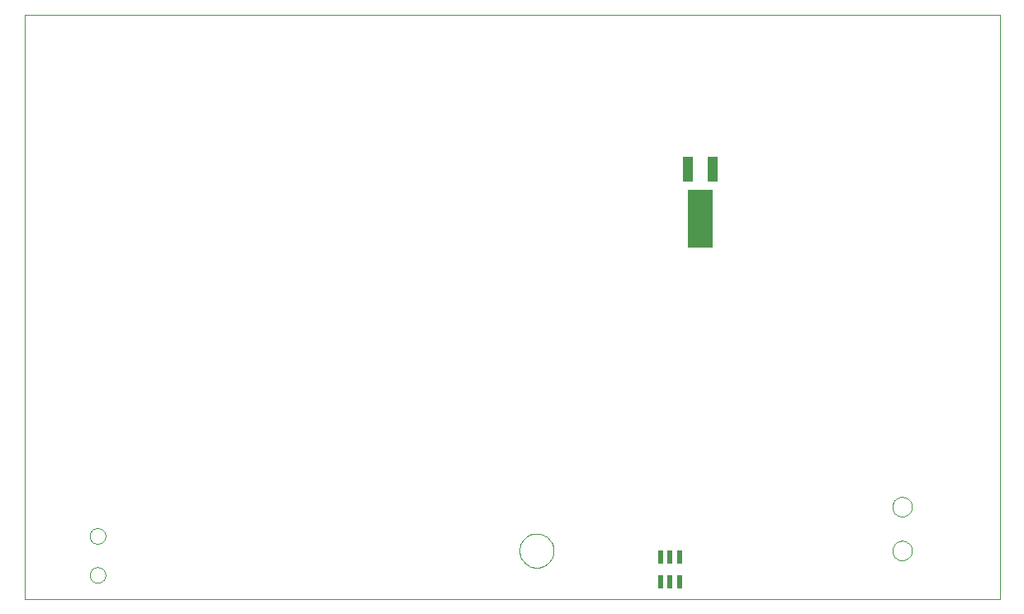
<source format=gbp>
G75*
G70*
%OFA0B0*%
%FSLAX24Y24*%
%IPPOS*%
%LPD*%
%AMOC8*
5,1,8,0,0,1.08239X$1,22.5*
%
%ADD10C,0.0000*%
%ADD11R,0.0220X0.0520*%
%ADD12R,0.0394X0.0984*%
%ADD13R,0.0984X0.2362*%
D10*
X000189Y003356D02*
X000189Y026978D01*
X039559Y026978D01*
X039559Y003356D01*
X000189Y003356D01*
X002827Y004341D02*
X002829Y004376D01*
X002835Y004411D01*
X002845Y004445D01*
X002858Y004478D01*
X002875Y004509D01*
X002896Y004537D01*
X002919Y004564D01*
X002946Y004587D01*
X002974Y004608D01*
X003005Y004625D01*
X003038Y004638D01*
X003072Y004648D01*
X003107Y004654D01*
X003142Y004656D01*
X003177Y004654D01*
X003212Y004648D01*
X003246Y004638D01*
X003279Y004625D01*
X003310Y004608D01*
X003338Y004587D01*
X003365Y004564D01*
X003388Y004537D01*
X003409Y004509D01*
X003426Y004478D01*
X003439Y004445D01*
X003449Y004411D01*
X003455Y004376D01*
X003457Y004341D01*
X003455Y004306D01*
X003449Y004271D01*
X003439Y004237D01*
X003426Y004204D01*
X003409Y004173D01*
X003388Y004145D01*
X003365Y004118D01*
X003338Y004095D01*
X003310Y004074D01*
X003279Y004057D01*
X003246Y004044D01*
X003212Y004034D01*
X003177Y004028D01*
X003142Y004026D01*
X003107Y004028D01*
X003072Y004034D01*
X003038Y004044D01*
X003005Y004057D01*
X002974Y004074D01*
X002946Y004095D01*
X002919Y004118D01*
X002896Y004145D01*
X002875Y004173D01*
X002858Y004204D01*
X002845Y004237D01*
X002835Y004271D01*
X002829Y004306D01*
X002827Y004341D01*
X002827Y005915D02*
X002829Y005950D01*
X002835Y005985D01*
X002845Y006019D01*
X002858Y006052D01*
X002875Y006083D01*
X002896Y006111D01*
X002919Y006138D01*
X002946Y006161D01*
X002974Y006182D01*
X003005Y006199D01*
X003038Y006212D01*
X003072Y006222D01*
X003107Y006228D01*
X003142Y006230D01*
X003177Y006228D01*
X003212Y006222D01*
X003246Y006212D01*
X003279Y006199D01*
X003310Y006182D01*
X003338Y006161D01*
X003365Y006138D01*
X003388Y006111D01*
X003409Y006083D01*
X003426Y006052D01*
X003439Y006019D01*
X003449Y005985D01*
X003455Y005950D01*
X003457Y005915D01*
X003455Y005880D01*
X003449Y005845D01*
X003439Y005811D01*
X003426Y005778D01*
X003409Y005747D01*
X003388Y005719D01*
X003365Y005692D01*
X003338Y005669D01*
X003310Y005648D01*
X003279Y005631D01*
X003246Y005618D01*
X003212Y005608D01*
X003177Y005602D01*
X003142Y005600D01*
X003107Y005602D01*
X003072Y005608D01*
X003038Y005618D01*
X003005Y005631D01*
X002974Y005648D01*
X002946Y005669D01*
X002919Y005692D01*
X002896Y005719D01*
X002875Y005747D01*
X002858Y005778D01*
X002845Y005811D01*
X002835Y005845D01*
X002829Y005880D01*
X002827Y005915D01*
X020170Y005325D02*
X020172Y005377D01*
X020178Y005429D01*
X020188Y005480D01*
X020201Y005530D01*
X020219Y005580D01*
X020240Y005627D01*
X020264Y005673D01*
X020293Y005717D01*
X020324Y005759D01*
X020358Y005798D01*
X020395Y005835D01*
X020435Y005868D01*
X020478Y005899D01*
X020522Y005926D01*
X020568Y005950D01*
X020617Y005970D01*
X020666Y005986D01*
X020717Y005999D01*
X020768Y006008D01*
X020820Y006013D01*
X020872Y006014D01*
X020924Y006011D01*
X020976Y006004D01*
X021027Y005993D01*
X021077Y005979D01*
X021126Y005960D01*
X021173Y005938D01*
X021218Y005913D01*
X021262Y005884D01*
X021303Y005852D01*
X021342Y005817D01*
X021377Y005779D01*
X021410Y005738D01*
X021440Y005696D01*
X021466Y005651D01*
X021489Y005604D01*
X021508Y005555D01*
X021524Y005505D01*
X021536Y005455D01*
X021544Y005403D01*
X021548Y005351D01*
X021548Y005299D01*
X021544Y005247D01*
X021536Y005195D01*
X021524Y005145D01*
X021508Y005095D01*
X021489Y005046D01*
X021466Y004999D01*
X021440Y004954D01*
X021410Y004912D01*
X021377Y004871D01*
X021342Y004833D01*
X021303Y004798D01*
X021262Y004766D01*
X021218Y004737D01*
X021173Y004712D01*
X021126Y004690D01*
X021077Y004671D01*
X021027Y004657D01*
X020976Y004646D01*
X020924Y004639D01*
X020872Y004636D01*
X020820Y004637D01*
X020768Y004642D01*
X020717Y004651D01*
X020666Y004664D01*
X020617Y004680D01*
X020568Y004700D01*
X020522Y004724D01*
X020478Y004751D01*
X020435Y004782D01*
X020395Y004815D01*
X020358Y004852D01*
X020324Y004891D01*
X020293Y004933D01*
X020264Y004977D01*
X020240Y005023D01*
X020219Y005070D01*
X020201Y005120D01*
X020188Y005170D01*
X020178Y005221D01*
X020172Y005273D01*
X020170Y005325D01*
X035228Y005325D02*
X035230Y005364D01*
X035236Y005403D01*
X035246Y005441D01*
X035259Y005478D01*
X035276Y005513D01*
X035296Y005547D01*
X035320Y005578D01*
X035347Y005607D01*
X035376Y005633D01*
X035408Y005656D01*
X035442Y005676D01*
X035478Y005692D01*
X035515Y005704D01*
X035554Y005713D01*
X035593Y005718D01*
X035632Y005719D01*
X035671Y005716D01*
X035710Y005709D01*
X035747Y005698D01*
X035784Y005684D01*
X035819Y005666D01*
X035852Y005645D01*
X035883Y005620D01*
X035911Y005593D01*
X035936Y005563D01*
X035958Y005530D01*
X035977Y005496D01*
X035992Y005460D01*
X036004Y005422D01*
X036012Y005384D01*
X036016Y005345D01*
X036016Y005305D01*
X036012Y005266D01*
X036004Y005228D01*
X035992Y005190D01*
X035977Y005154D01*
X035958Y005120D01*
X035936Y005087D01*
X035911Y005057D01*
X035883Y005030D01*
X035852Y005005D01*
X035819Y004984D01*
X035784Y004966D01*
X035747Y004952D01*
X035710Y004941D01*
X035671Y004934D01*
X035632Y004931D01*
X035593Y004932D01*
X035554Y004937D01*
X035515Y004946D01*
X035478Y004958D01*
X035442Y004974D01*
X035408Y004994D01*
X035376Y005017D01*
X035347Y005043D01*
X035320Y005072D01*
X035296Y005103D01*
X035276Y005137D01*
X035259Y005172D01*
X035246Y005209D01*
X035236Y005247D01*
X035230Y005286D01*
X035228Y005325D01*
X035228Y007096D02*
X035230Y007135D01*
X035236Y007174D01*
X035246Y007212D01*
X035259Y007249D01*
X035276Y007284D01*
X035296Y007318D01*
X035320Y007349D01*
X035347Y007378D01*
X035376Y007404D01*
X035408Y007427D01*
X035442Y007447D01*
X035478Y007463D01*
X035515Y007475D01*
X035554Y007484D01*
X035593Y007489D01*
X035632Y007490D01*
X035671Y007487D01*
X035710Y007480D01*
X035747Y007469D01*
X035784Y007455D01*
X035819Y007437D01*
X035852Y007416D01*
X035883Y007391D01*
X035911Y007364D01*
X035936Y007334D01*
X035958Y007301D01*
X035977Y007267D01*
X035992Y007231D01*
X036004Y007193D01*
X036012Y007155D01*
X036016Y007116D01*
X036016Y007076D01*
X036012Y007037D01*
X036004Y006999D01*
X035992Y006961D01*
X035977Y006925D01*
X035958Y006891D01*
X035936Y006858D01*
X035911Y006828D01*
X035883Y006801D01*
X035852Y006776D01*
X035819Y006755D01*
X035784Y006737D01*
X035747Y006723D01*
X035710Y006712D01*
X035671Y006705D01*
X035632Y006702D01*
X035593Y006703D01*
X035554Y006708D01*
X035515Y006717D01*
X035478Y006729D01*
X035442Y006745D01*
X035408Y006765D01*
X035376Y006788D01*
X035347Y006814D01*
X035320Y006843D01*
X035296Y006874D01*
X035276Y006908D01*
X035259Y006943D01*
X035246Y006980D01*
X035236Y007018D01*
X035230Y007057D01*
X035228Y007096D01*
D11*
X026622Y005077D03*
X026252Y005077D03*
X025882Y005077D03*
X025882Y004077D03*
X026252Y004077D03*
X026622Y004077D03*
D12*
X026973Y020718D03*
X027973Y020718D03*
D13*
X027473Y018718D03*
M02*

</source>
